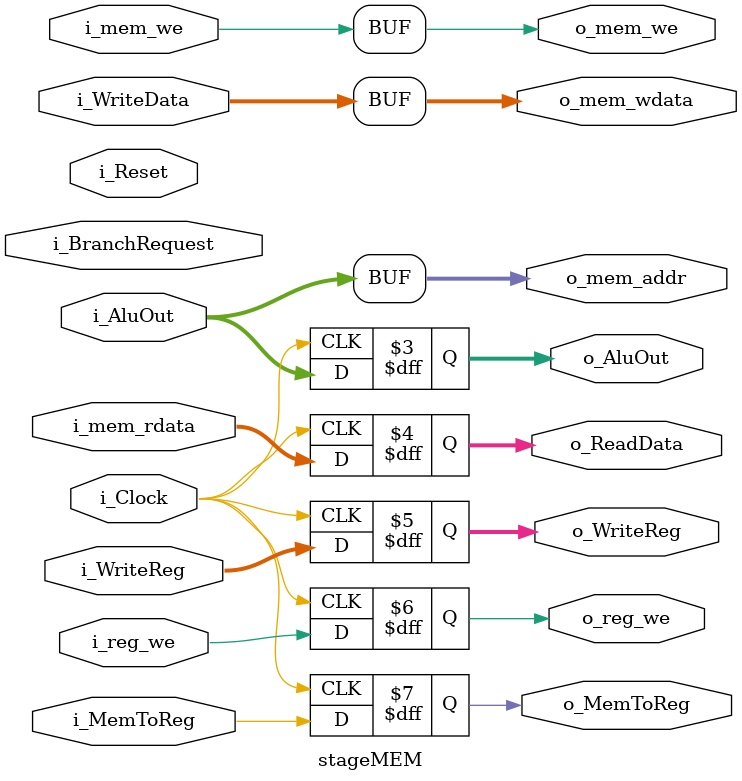
<source format=sv>
module stageMEM #(
    parameter DATA_DBUS_WIDTH = 32,
    parameter ADDR_DBUS_WIDTH = 32)
(
    // Senyals de control
    //
    input  logic                       i_Clock,
    input  logic                       i_Reset,
    
    // Interface amb la memoria RAM
    //
    input  logic [DATA_DBUS_WIDTH-1:0] i_mem_rdata,
    output logic [DATA_DBUS_WIDTH-1:0] o_mem_wdata,
    output logic [ADDR_DBUS_WIDTH-1:0] o_mem_addr,
    output logic                       o_mem_we,
    
    // Entrades del pipeline
    //
    input  logic [DATA_DBUS_WIDTH-1:0] i_AluOut,
    input  logic [DATA_DBUS_WIDTH-1:0] i_WriteData,
    input  logic [4:0]                 i_WriteReg,
    input  logic                       i_reg_we,
    input  logic                       i_MemToReg,
    input  logic                       i_mem_we,
    input  logic                       i_BranchRequest,
    
    // Sortides del pipeline
    //
    output logic [DATA_DBUS_WIDTH-1:0] o_AluOut,
    output logic [DATA_DBUS_WIDTH-1:0] o_ReadData,
    output logic [4:0]                 o_WriteReg,
    output logic                       o_reg_we,
    output logic                       o_MemToReg);

    always_comb begin
        o_mem_we    = i_mem_we;
        o_mem_addr  = i_AluOut;
        o_mem_wdata = i_WriteData;
    end
    
    always_ff @(posedge i_Clock) begin
        o_AluOut   <= i_AluOut;
        o_ReadData <= i_mem_rdata;
        o_WriteReg <= i_WriteReg;
        o_reg_we   <= i_reg_we;
        o_MemToReg <= i_MemToReg;
    end

endmodule

</source>
